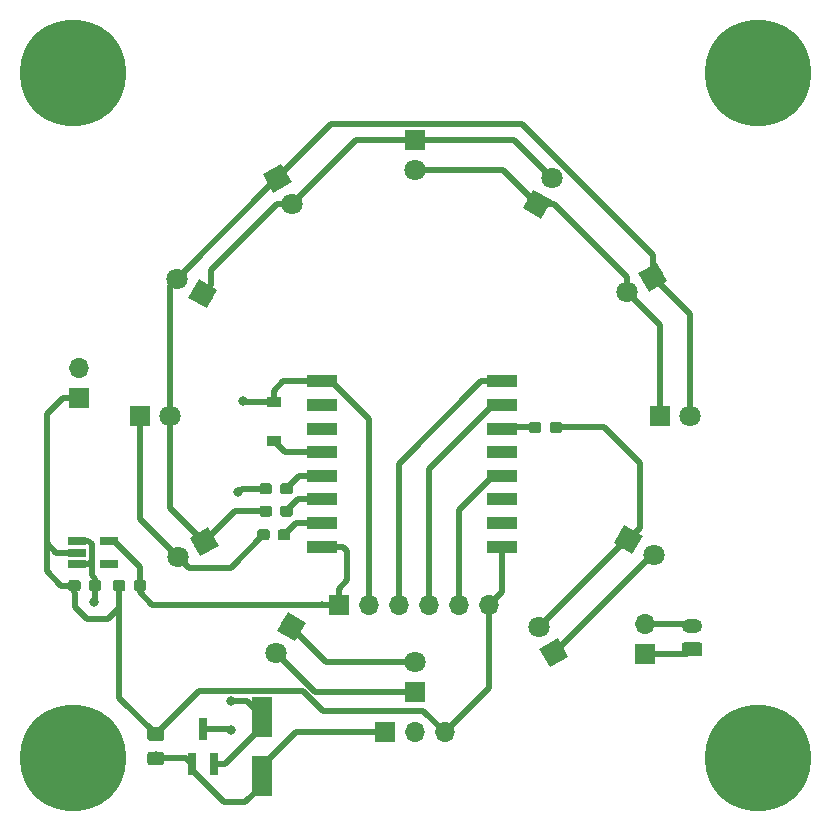
<source format=gbr>
G04 #@! TF.GenerationSoftware,KiCad,Pcbnew,(5.1.4-0)*
G04 #@! TF.CreationDate,2022-04-01T12:31:45+08:00*
G04 #@! TF.ProjectId,esp8266_ntp_clock,65737038-3236-4365-9f6e-74705f636c6f,v1.0*
G04 #@! TF.SameCoordinates,Original*
G04 #@! TF.FileFunction,Copper,L1,Top*
G04 #@! TF.FilePolarity,Positive*
%FSLAX46Y46*%
G04 Gerber Fmt 4.6, Leading zero omitted, Abs format (unit mm)*
G04 Created by KiCad (PCBNEW (5.1.4-0)) date 2022-04-01 12:31:45*
%MOMM*%
%LPD*%
G04 APERTURE LIST*
%ADD10C,9.000000*%
%ADD11C,0.100000*%
%ADD12C,0.950000*%
%ADD13C,1.800000*%
%ADD14R,1.800000X1.800000*%
%ADD15R,1.200000X0.900000*%
%ADD16R,1.800000X3.500000*%
%ADD17R,1.700000X1.700000*%
%ADD18O,1.700000X1.700000*%
%ADD19C,1.200000*%
%ADD20O,1.750000X1.200000*%
%ADD21R,0.800000X1.900000*%
%ADD22C,1.150000*%
%ADD23R,2.500000X1.000000*%
%ADD24R,1.560000X0.650000*%
%ADD25C,0.800000*%
%ADD26C,0.500000*%
G04 APERTURE END LIST*
D10*
X85000000Y-113000000D03*
D11*
G36*
X85435779Y-97926144D02*
G01*
X85458834Y-97929563D01*
X85481443Y-97935227D01*
X85503387Y-97943079D01*
X85524457Y-97953044D01*
X85544448Y-97965026D01*
X85563168Y-97978910D01*
X85580438Y-97994562D01*
X85596090Y-98011832D01*
X85609974Y-98030552D01*
X85621956Y-98050543D01*
X85631921Y-98071613D01*
X85639773Y-98093557D01*
X85645437Y-98116166D01*
X85648856Y-98139221D01*
X85650000Y-98162500D01*
X85650000Y-98637500D01*
X85648856Y-98660779D01*
X85645437Y-98683834D01*
X85639773Y-98706443D01*
X85631921Y-98728387D01*
X85621956Y-98749457D01*
X85609974Y-98769448D01*
X85596090Y-98788168D01*
X85580438Y-98805438D01*
X85563168Y-98821090D01*
X85544448Y-98834974D01*
X85524457Y-98846956D01*
X85503387Y-98856921D01*
X85481443Y-98864773D01*
X85458834Y-98870437D01*
X85435779Y-98873856D01*
X85412500Y-98875000D01*
X84837500Y-98875000D01*
X84814221Y-98873856D01*
X84791166Y-98870437D01*
X84768557Y-98864773D01*
X84746613Y-98856921D01*
X84725543Y-98846956D01*
X84705552Y-98834974D01*
X84686832Y-98821090D01*
X84669562Y-98805438D01*
X84653910Y-98788168D01*
X84640026Y-98769448D01*
X84628044Y-98749457D01*
X84618079Y-98728387D01*
X84610227Y-98706443D01*
X84604563Y-98683834D01*
X84601144Y-98660779D01*
X84600000Y-98637500D01*
X84600000Y-98162500D01*
X84601144Y-98139221D01*
X84604563Y-98116166D01*
X84610227Y-98093557D01*
X84618079Y-98071613D01*
X84628044Y-98050543D01*
X84640026Y-98030552D01*
X84653910Y-98011832D01*
X84669562Y-97994562D01*
X84686832Y-97978910D01*
X84705552Y-97965026D01*
X84725543Y-97953044D01*
X84746613Y-97943079D01*
X84768557Y-97935227D01*
X84791166Y-97929563D01*
X84814221Y-97926144D01*
X84837500Y-97925000D01*
X85412500Y-97925000D01*
X85435779Y-97926144D01*
X85435779Y-97926144D01*
G37*
D12*
X85125000Y-98400000D03*
D11*
G36*
X87185779Y-97926144D02*
G01*
X87208834Y-97929563D01*
X87231443Y-97935227D01*
X87253387Y-97943079D01*
X87274457Y-97953044D01*
X87294448Y-97965026D01*
X87313168Y-97978910D01*
X87330438Y-97994562D01*
X87346090Y-98011832D01*
X87359974Y-98030552D01*
X87371956Y-98050543D01*
X87381921Y-98071613D01*
X87389773Y-98093557D01*
X87395437Y-98116166D01*
X87398856Y-98139221D01*
X87400000Y-98162500D01*
X87400000Y-98637500D01*
X87398856Y-98660779D01*
X87395437Y-98683834D01*
X87389773Y-98706443D01*
X87381921Y-98728387D01*
X87371956Y-98749457D01*
X87359974Y-98769448D01*
X87346090Y-98788168D01*
X87330438Y-98805438D01*
X87313168Y-98821090D01*
X87294448Y-98834974D01*
X87274457Y-98846956D01*
X87253387Y-98856921D01*
X87231443Y-98864773D01*
X87208834Y-98870437D01*
X87185779Y-98873856D01*
X87162500Y-98875000D01*
X86587500Y-98875000D01*
X86564221Y-98873856D01*
X86541166Y-98870437D01*
X86518557Y-98864773D01*
X86496613Y-98856921D01*
X86475543Y-98846956D01*
X86455552Y-98834974D01*
X86436832Y-98821090D01*
X86419562Y-98805438D01*
X86403910Y-98788168D01*
X86390026Y-98769448D01*
X86378044Y-98749457D01*
X86368079Y-98728387D01*
X86360227Y-98706443D01*
X86354563Y-98683834D01*
X86351144Y-98660779D01*
X86350000Y-98637500D01*
X86350000Y-98162500D01*
X86351144Y-98139221D01*
X86354563Y-98116166D01*
X86360227Y-98093557D01*
X86368079Y-98071613D01*
X86378044Y-98050543D01*
X86390026Y-98030552D01*
X86403910Y-98011832D01*
X86419562Y-97994562D01*
X86436832Y-97978910D01*
X86455552Y-97965026D01*
X86475543Y-97953044D01*
X86496613Y-97943079D01*
X86518557Y-97935227D01*
X86541166Y-97929563D01*
X86564221Y-97926144D01*
X86587500Y-97925000D01*
X87162500Y-97925000D01*
X87185779Y-97926144D01*
X87185779Y-97926144D01*
G37*
D12*
X86875000Y-98400000D03*
D11*
G36*
X90985779Y-97926144D02*
G01*
X91008834Y-97929563D01*
X91031443Y-97935227D01*
X91053387Y-97943079D01*
X91074457Y-97953044D01*
X91094448Y-97965026D01*
X91113168Y-97978910D01*
X91130438Y-97994562D01*
X91146090Y-98011832D01*
X91159974Y-98030552D01*
X91171956Y-98050543D01*
X91181921Y-98071613D01*
X91189773Y-98093557D01*
X91195437Y-98116166D01*
X91198856Y-98139221D01*
X91200000Y-98162500D01*
X91200000Y-98637500D01*
X91198856Y-98660779D01*
X91195437Y-98683834D01*
X91189773Y-98706443D01*
X91181921Y-98728387D01*
X91171956Y-98749457D01*
X91159974Y-98769448D01*
X91146090Y-98788168D01*
X91130438Y-98805438D01*
X91113168Y-98821090D01*
X91094448Y-98834974D01*
X91074457Y-98846956D01*
X91053387Y-98856921D01*
X91031443Y-98864773D01*
X91008834Y-98870437D01*
X90985779Y-98873856D01*
X90962500Y-98875000D01*
X90387500Y-98875000D01*
X90364221Y-98873856D01*
X90341166Y-98870437D01*
X90318557Y-98864773D01*
X90296613Y-98856921D01*
X90275543Y-98846956D01*
X90255552Y-98834974D01*
X90236832Y-98821090D01*
X90219562Y-98805438D01*
X90203910Y-98788168D01*
X90190026Y-98769448D01*
X90178044Y-98749457D01*
X90168079Y-98728387D01*
X90160227Y-98706443D01*
X90154563Y-98683834D01*
X90151144Y-98660779D01*
X90150000Y-98637500D01*
X90150000Y-98162500D01*
X90151144Y-98139221D01*
X90154563Y-98116166D01*
X90160227Y-98093557D01*
X90168079Y-98071613D01*
X90178044Y-98050543D01*
X90190026Y-98030552D01*
X90203910Y-98011832D01*
X90219562Y-97994562D01*
X90236832Y-97978910D01*
X90255552Y-97965026D01*
X90275543Y-97953044D01*
X90296613Y-97943079D01*
X90318557Y-97935227D01*
X90341166Y-97929563D01*
X90364221Y-97926144D01*
X90387500Y-97925000D01*
X90962500Y-97925000D01*
X90985779Y-97926144D01*
X90985779Y-97926144D01*
G37*
D12*
X90675000Y-98400000D03*
D11*
G36*
X89235779Y-97926144D02*
G01*
X89258834Y-97929563D01*
X89281443Y-97935227D01*
X89303387Y-97943079D01*
X89324457Y-97953044D01*
X89344448Y-97965026D01*
X89363168Y-97978910D01*
X89380438Y-97994562D01*
X89396090Y-98011832D01*
X89409974Y-98030552D01*
X89421956Y-98050543D01*
X89431921Y-98071613D01*
X89439773Y-98093557D01*
X89445437Y-98116166D01*
X89448856Y-98139221D01*
X89450000Y-98162500D01*
X89450000Y-98637500D01*
X89448856Y-98660779D01*
X89445437Y-98683834D01*
X89439773Y-98706443D01*
X89431921Y-98728387D01*
X89421956Y-98749457D01*
X89409974Y-98769448D01*
X89396090Y-98788168D01*
X89380438Y-98805438D01*
X89363168Y-98821090D01*
X89344448Y-98834974D01*
X89324457Y-98846956D01*
X89303387Y-98856921D01*
X89281443Y-98864773D01*
X89258834Y-98870437D01*
X89235779Y-98873856D01*
X89212500Y-98875000D01*
X88637500Y-98875000D01*
X88614221Y-98873856D01*
X88591166Y-98870437D01*
X88568557Y-98864773D01*
X88546613Y-98856921D01*
X88525543Y-98846956D01*
X88505552Y-98834974D01*
X88486832Y-98821090D01*
X88469562Y-98805438D01*
X88453910Y-98788168D01*
X88440026Y-98769448D01*
X88428044Y-98749457D01*
X88418079Y-98728387D01*
X88410227Y-98706443D01*
X88404563Y-98683834D01*
X88401144Y-98660779D01*
X88400000Y-98637500D01*
X88400000Y-98162500D01*
X88401144Y-98139221D01*
X88404563Y-98116166D01*
X88410227Y-98093557D01*
X88418079Y-98071613D01*
X88428044Y-98050543D01*
X88440026Y-98030552D01*
X88453910Y-98011832D01*
X88469562Y-97994562D01*
X88486832Y-97978910D01*
X88505552Y-97965026D01*
X88525543Y-97953044D01*
X88546613Y-97943079D01*
X88568557Y-97935227D01*
X88591166Y-97929563D01*
X88614221Y-97926144D01*
X88637500Y-97925000D01*
X89212500Y-97925000D01*
X89235779Y-97926144D01*
X89235779Y-97926144D01*
G37*
D12*
X88925000Y-98400000D03*
D13*
X103570000Y-66099705D03*
X102300000Y-63900000D03*
D11*
G36*
X101070577Y-63570577D02*
G01*
X102629423Y-62670577D01*
X103529423Y-64229423D01*
X101970577Y-65129423D01*
X101070577Y-63570577D01*
X101070577Y-63570577D01*
G37*
D13*
X96000000Y-73700000D03*
D11*
G36*
X97229423Y-73370577D02*
G01*
X96329423Y-74929423D01*
X94770577Y-74029423D01*
X95670577Y-72470577D01*
X97229423Y-73370577D01*
X97229423Y-73370577D01*
G37*
D13*
X93800295Y-72430000D03*
X93240000Y-84000000D03*
D14*
X90700000Y-84000000D03*
D13*
X96100000Y-94700000D03*
D11*
G36*
X96429423Y-93470577D02*
G01*
X97329423Y-95029423D01*
X95770577Y-95929423D01*
X94870577Y-94370577D01*
X96429423Y-93470577D01*
X96429423Y-93470577D01*
G37*
D13*
X93900295Y-95970000D03*
X102230000Y-104099705D03*
X103500000Y-101900000D03*
D11*
G36*
X103170577Y-100670577D02*
G01*
X104729423Y-101570577D01*
X103829423Y-103129423D01*
X102270577Y-102229423D01*
X103170577Y-100670577D01*
X103170577Y-100670577D01*
G37*
D14*
X114000000Y-107400000D03*
D13*
X114000000Y-104860000D03*
X124430000Y-101900295D03*
X125700000Y-104100000D03*
D11*
G36*
X126929423Y-104429423D02*
G01*
X125370577Y-105329423D01*
X124470577Y-103770577D01*
X126029423Y-102870577D01*
X126929423Y-104429423D01*
X126929423Y-104429423D01*
G37*
D13*
X132000000Y-94500000D03*
D11*
G36*
X130770577Y-94829423D02*
G01*
X131670577Y-93270577D01*
X133229423Y-94170577D01*
X132329423Y-95729423D01*
X130770577Y-94829423D01*
X130770577Y-94829423D01*
G37*
D13*
X134199705Y-95770000D03*
X137240000Y-84000000D03*
D14*
X134700000Y-84000000D03*
D13*
X134100000Y-72300000D03*
D11*
G36*
X134429423Y-71070577D02*
G01*
X135329423Y-72629423D01*
X133770577Y-73529423D01*
X132870577Y-71970577D01*
X134429423Y-71070577D01*
X134429423Y-71070577D01*
G37*
D13*
X131900295Y-73570000D03*
X125570000Y-63900295D03*
X124300000Y-66100000D03*
D11*
G36*
X124629423Y-67329423D02*
G01*
X123070577Y-66429423D01*
X123970577Y-64870577D01*
X125529423Y-65770577D01*
X124629423Y-67329423D01*
X124629423Y-67329423D01*
G37*
D14*
X113960000Y-60700000D03*
D13*
X113960000Y-63240000D03*
D15*
X102000000Y-86150000D03*
X102000000Y-82850000D03*
D16*
X101000000Y-109500000D03*
X101000000Y-114500000D03*
D10*
X85000000Y-55000000D03*
X143000000Y-55000000D03*
X143000000Y-113000000D03*
D17*
X85500000Y-82500000D03*
D18*
X85500000Y-79960000D03*
D17*
X107500000Y-100000000D03*
D18*
X110040000Y-100000000D03*
X112580000Y-100000000D03*
X115120000Y-100000000D03*
X117660000Y-100000000D03*
X120200000Y-100000000D03*
D17*
X111400000Y-110800000D03*
D18*
X113940000Y-110800000D03*
X116480000Y-110800000D03*
D11*
G36*
X138049505Y-103201204D02*
G01*
X138073773Y-103204804D01*
X138097572Y-103210765D01*
X138120671Y-103219030D01*
X138142850Y-103229520D01*
X138163893Y-103242132D01*
X138183599Y-103256747D01*
X138201777Y-103273223D01*
X138218253Y-103291401D01*
X138232868Y-103311107D01*
X138245480Y-103332150D01*
X138255970Y-103354329D01*
X138264235Y-103377428D01*
X138270196Y-103401227D01*
X138273796Y-103425495D01*
X138275000Y-103449999D01*
X138275000Y-104150001D01*
X138273796Y-104174505D01*
X138270196Y-104198773D01*
X138264235Y-104222572D01*
X138255970Y-104245671D01*
X138245480Y-104267850D01*
X138232868Y-104288893D01*
X138218253Y-104308599D01*
X138201777Y-104326777D01*
X138183599Y-104343253D01*
X138163893Y-104357868D01*
X138142850Y-104370480D01*
X138120671Y-104380970D01*
X138097572Y-104389235D01*
X138073773Y-104395196D01*
X138049505Y-104398796D01*
X138025001Y-104400000D01*
X136774999Y-104400000D01*
X136750495Y-104398796D01*
X136726227Y-104395196D01*
X136702428Y-104389235D01*
X136679329Y-104380970D01*
X136657150Y-104370480D01*
X136636107Y-104357868D01*
X136616401Y-104343253D01*
X136598223Y-104326777D01*
X136581747Y-104308599D01*
X136567132Y-104288893D01*
X136554520Y-104267850D01*
X136544030Y-104245671D01*
X136535765Y-104222572D01*
X136529804Y-104198773D01*
X136526204Y-104174505D01*
X136525000Y-104150001D01*
X136525000Y-103449999D01*
X136526204Y-103425495D01*
X136529804Y-103401227D01*
X136535765Y-103377428D01*
X136544030Y-103354329D01*
X136554520Y-103332150D01*
X136567132Y-103311107D01*
X136581747Y-103291401D01*
X136598223Y-103273223D01*
X136616401Y-103256747D01*
X136636107Y-103242132D01*
X136657150Y-103229520D01*
X136679329Y-103219030D01*
X136702428Y-103210765D01*
X136726227Y-103204804D01*
X136750495Y-103201204D01*
X136774999Y-103200000D01*
X138025001Y-103200000D01*
X138049505Y-103201204D01*
X138049505Y-103201204D01*
G37*
D19*
X137400000Y-103800000D03*
D20*
X137400000Y-101800000D03*
D21*
X95050000Y-113500000D03*
X96950000Y-113500000D03*
X96000000Y-110500000D03*
D11*
G36*
X126185779Y-84526144D02*
G01*
X126208834Y-84529563D01*
X126231443Y-84535227D01*
X126253387Y-84543079D01*
X126274457Y-84553044D01*
X126294448Y-84565026D01*
X126313168Y-84578910D01*
X126330438Y-84594562D01*
X126346090Y-84611832D01*
X126359974Y-84630552D01*
X126371956Y-84650543D01*
X126381921Y-84671613D01*
X126389773Y-84693557D01*
X126395437Y-84716166D01*
X126398856Y-84739221D01*
X126400000Y-84762500D01*
X126400000Y-85237500D01*
X126398856Y-85260779D01*
X126395437Y-85283834D01*
X126389773Y-85306443D01*
X126381921Y-85328387D01*
X126371956Y-85349457D01*
X126359974Y-85369448D01*
X126346090Y-85388168D01*
X126330438Y-85405438D01*
X126313168Y-85421090D01*
X126294448Y-85434974D01*
X126274457Y-85446956D01*
X126253387Y-85456921D01*
X126231443Y-85464773D01*
X126208834Y-85470437D01*
X126185779Y-85473856D01*
X126162500Y-85475000D01*
X125587500Y-85475000D01*
X125564221Y-85473856D01*
X125541166Y-85470437D01*
X125518557Y-85464773D01*
X125496613Y-85456921D01*
X125475543Y-85446956D01*
X125455552Y-85434974D01*
X125436832Y-85421090D01*
X125419562Y-85405438D01*
X125403910Y-85388168D01*
X125390026Y-85369448D01*
X125378044Y-85349457D01*
X125368079Y-85328387D01*
X125360227Y-85306443D01*
X125354563Y-85283834D01*
X125351144Y-85260779D01*
X125350000Y-85237500D01*
X125350000Y-84762500D01*
X125351144Y-84739221D01*
X125354563Y-84716166D01*
X125360227Y-84693557D01*
X125368079Y-84671613D01*
X125378044Y-84650543D01*
X125390026Y-84630552D01*
X125403910Y-84611832D01*
X125419562Y-84594562D01*
X125436832Y-84578910D01*
X125455552Y-84565026D01*
X125475543Y-84553044D01*
X125496613Y-84543079D01*
X125518557Y-84535227D01*
X125541166Y-84529563D01*
X125564221Y-84526144D01*
X125587500Y-84525000D01*
X126162500Y-84525000D01*
X126185779Y-84526144D01*
X126185779Y-84526144D01*
G37*
D12*
X125875000Y-85000000D03*
D11*
G36*
X124435779Y-84526144D02*
G01*
X124458834Y-84529563D01*
X124481443Y-84535227D01*
X124503387Y-84543079D01*
X124524457Y-84553044D01*
X124544448Y-84565026D01*
X124563168Y-84578910D01*
X124580438Y-84594562D01*
X124596090Y-84611832D01*
X124609974Y-84630552D01*
X124621956Y-84650543D01*
X124631921Y-84671613D01*
X124639773Y-84693557D01*
X124645437Y-84716166D01*
X124648856Y-84739221D01*
X124650000Y-84762500D01*
X124650000Y-85237500D01*
X124648856Y-85260779D01*
X124645437Y-85283834D01*
X124639773Y-85306443D01*
X124631921Y-85328387D01*
X124621956Y-85349457D01*
X124609974Y-85369448D01*
X124596090Y-85388168D01*
X124580438Y-85405438D01*
X124563168Y-85421090D01*
X124544448Y-85434974D01*
X124524457Y-85446956D01*
X124503387Y-85456921D01*
X124481443Y-85464773D01*
X124458834Y-85470437D01*
X124435779Y-85473856D01*
X124412500Y-85475000D01*
X123837500Y-85475000D01*
X123814221Y-85473856D01*
X123791166Y-85470437D01*
X123768557Y-85464773D01*
X123746613Y-85456921D01*
X123725543Y-85446956D01*
X123705552Y-85434974D01*
X123686832Y-85421090D01*
X123669562Y-85405438D01*
X123653910Y-85388168D01*
X123640026Y-85369448D01*
X123628044Y-85349457D01*
X123618079Y-85328387D01*
X123610227Y-85306443D01*
X123604563Y-85283834D01*
X123601144Y-85260779D01*
X123600000Y-85237500D01*
X123600000Y-84762500D01*
X123601144Y-84739221D01*
X123604563Y-84716166D01*
X123610227Y-84693557D01*
X123618079Y-84671613D01*
X123628044Y-84650543D01*
X123640026Y-84630552D01*
X123653910Y-84611832D01*
X123669562Y-84594562D01*
X123686832Y-84578910D01*
X123705552Y-84565026D01*
X123725543Y-84553044D01*
X123746613Y-84543079D01*
X123768557Y-84535227D01*
X123791166Y-84529563D01*
X123814221Y-84526144D01*
X123837500Y-84525000D01*
X124412500Y-84525000D01*
X124435779Y-84526144D01*
X124435779Y-84526144D01*
G37*
D12*
X124125000Y-85000000D03*
D11*
G36*
X103385779Y-91626144D02*
G01*
X103408834Y-91629563D01*
X103431443Y-91635227D01*
X103453387Y-91643079D01*
X103474457Y-91653044D01*
X103494448Y-91665026D01*
X103513168Y-91678910D01*
X103530438Y-91694562D01*
X103546090Y-91711832D01*
X103559974Y-91730552D01*
X103571956Y-91750543D01*
X103581921Y-91771613D01*
X103589773Y-91793557D01*
X103595437Y-91816166D01*
X103598856Y-91839221D01*
X103600000Y-91862500D01*
X103600000Y-92337500D01*
X103598856Y-92360779D01*
X103595437Y-92383834D01*
X103589773Y-92406443D01*
X103581921Y-92428387D01*
X103571956Y-92449457D01*
X103559974Y-92469448D01*
X103546090Y-92488168D01*
X103530438Y-92505438D01*
X103513168Y-92521090D01*
X103494448Y-92534974D01*
X103474457Y-92546956D01*
X103453387Y-92556921D01*
X103431443Y-92564773D01*
X103408834Y-92570437D01*
X103385779Y-92573856D01*
X103362500Y-92575000D01*
X102787500Y-92575000D01*
X102764221Y-92573856D01*
X102741166Y-92570437D01*
X102718557Y-92564773D01*
X102696613Y-92556921D01*
X102675543Y-92546956D01*
X102655552Y-92534974D01*
X102636832Y-92521090D01*
X102619562Y-92505438D01*
X102603910Y-92488168D01*
X102590026Y-92469448D01*
X102578044Y-92449457D01*
X102568079Y-92428387D01*
X102560227Y-92406443D01*
X102554563Y-92383834D01*
X102551144Y-92360779D01*
X102550000Y-92337500D01*
X102550000Y-91862500D01*
X102551144Y-91839221D01*
X102554563Y-91816166D01*
X102560227Y-91793557D01*
X102568079Y-91771613D01*
X102578044Y-91750543D01*
X102590026Y-91730552D01*
X102603910Y-91711832D01*
X102619562Y-91694562D01*
X102636832Y-91678910D01*
X102655552Y-91665026D01*
X102675543Y-91653044D01*
X102696613Y-91643079D01*
X102718557Y-91635227D01*
X102741166Y-91629563D01*
X102764221Y-91626144D01*
X102787500Y-91625000D01*
X103362500Y-91625000D01*
X103385779Y-91626144D01*
X103385779Y-91626144D01*
G37*
D12*
X103075000Y-92100000D03*
D11*
G36*
X101635779Y-91626144D02*
G01*
X101658834Y-91629563D01*
X101681443Y-91635227D01*
X101703387Y-91643079D01*
X101724457Y-91653044D01*
X101744448Y-91665026D01*
X101763168Y-91678910D01*
X101780438Y-91694562D01*
X101796090Y-91711832D01*
X101809974Y-91730552D01*
X101821956Y-91750543D01*
X101831921Y-91771613D01*
X101839773Y-91793557D01*
X101845437Y-91816166D01*
X101848856Y-91839221D01*
X101850000Y-91862500D01*
X101850000Y-92337500D01*
X101848856Y-92360779D01*
X101845437Y-92383834D01*
X101839773Y-92406443D01*
X101831921Y-92428387D01*
X101821956Y-92449457D01*
X101809974Y-92469448D01*
X101796090Y-92488168D01*
X101780438Y-92505438D01*
X101763168Y-92521090D01*
X101744448Y-92534974D01*
X101724457Y-92546956D01*
X101703387Y-92556921D01*
X101681443Y-92564773D01*
X101658834Y-92570437D01*
X101635779Y-92573856D01*
X101612500Y-92575000D01*
X101037500Y-92575000D01*
X101014221Y-92573856D01*
X100991166Y-92570437D01*
X100968557Y-92564773D01*
X100946613Y-92556921D01*
X100925543Y-92546956D01*
X100905552Y-92534974D01*
X100886832Y-92521090D01*
X100869562Y-92505438D01*
X100853910Y-92488168D01*
X100840026Y-92469448D01*
X100828044Y-92449457D01*
X100818079Y-92428387D01*
X100810227Y-92406443D01*
X100804563Y-92383834D01*
X100801144Y-92360779D01*
X100800000Y-92337500D01*
X100800000Y-91862500D01*
X100801144Y-91839221D01*
X100804563Y-91816166D01*
X100810227Y-91793557D01*
X100818079Y-91771613D01*
X100828044Y-91750543D01*
X100840026Y-91730552D01*
X100853910Y-91711832D01*
X100869562Y-91694562D01*
X100886832Y-91678910D01*
X100905552Y-91665026D01*
X100925543Y-91653044D01*
X100946613Y-91643079D01*
X100968557Y-91635227D01*
X100991166Y-91629563D01*
X101014221Y-91626144D01*
X101037500Y-91625000D01*
X101612500Y-91625000D01*
X101635779Y-91626144D01*
X101635779Y-91626144D01*
G37*
D12*
X101325000Y-92100000D03*
D11*
G36*
X101435779Y-93626144D02*
G01*
X101458834Y-93629563D01*
X101481443Y-93635227D01*
X101503387Y-93643079D01*
X101524457Y-93653044D01*
X101544448Y-93665026D01*
X101563168Y-93678910D01*
X101580438Y-93694562D01*
X101596090Y-93711832D01*
X101609974Y-93730552D01*
X101621956Y-93750543D01*
X101631921Y-93771613D01*
X101639773Y-93793557D01*
X101645437Y-93816166D01*
X101648856Y-93839221D01*
X101650000Y-93862500D01*
X101650000Y-94337500D01*
X101648856Y-94360779D01*
X101645437Y-94383834D01*
X101639773Y-94406443D01*
X101631921Y-94428387D01*
X101621956Y-94449457D01*
X101609974Y-94469448D01*
X101596090Y-94488168D01*
X101580438Y-94505438D01*
X101563168Y-94521090D01*
X101544448Y-94534974D01*
X101524457Y-94546956D01*
X101503387Y-94556921D01*
X101481443Y-94564773D01*
X101458834Y-94570437D01*
X101435779Y-94573856D01*
X101412500Y-94575000D01*
X100837500Y-94575000D01*
X100814221Y-94573856D01*
X100791166Y-94570437D01*
X100768557Y-94564773D01*
X100746613Y-94556921D01*
X100725543Y-94546956D01*
X100705552Y-94534974D01*
X100686832Y-94521090D01*
X100669562Y-94505438D01*
X100653910Y-94488168D01*
X100640026Y-94469448D01*
X100628044Y-94449457D01*
X100618079Y-94428387D01*
X100610227Y-94406443D01*
X100604563Y-94383834D01*
X100601144Y-94360779D01*
X100600000Y-94337500D01*
X100600000Y-93862500D01*
X100601144Y-93839221D01*
X100604563Y-93816166D01*
X100610227Y-93793557D01*
X100618079Y-93771613D01*
X100628044Y-93750543D01*
X100640026Y-93730552D01*
X100653910Y-93711832D01*
X100669562Y-93694562D01*
X100686832Y-93678910D01*
X100705552Y-93665026D01*
X100725543Y-93653044D01*
X100746613Y-93643079D01*
X100768557Y-93635227D01*
X100791166Y-93629563D01*
X100814221Y-93626144D01*
X100837500Y-93625000D01*
X101412500Y-93625000D01*
X101435779Y-93626144D01*
X101435779Y-93626144D01*
G37*
D12*
X101125000Y-94100000D03*
D11*
G36*
X103185779Y-93626144D02*
G01*
X103208834Y-93629563D01*
X103231443Y-93635227D01*
X103253387Y-93643079D01*
X103274457Y-93653044D01*
X103294448Y-93665026D01*
X103313168Y-93678910D01*
X103330438Y-93694562D01*
X103346090Y-93711832D01*
X103359974Y-93730552D01*
X103371956Y-93750543D01*
X103381921Y-93771613D01*
X103389773Y-93793557D01*
X103395437Y-93816166D01*
X103398856Y-93839221D01*
X103400000Y-93862500D01*
X103400000Y-94337500D01*
X103398856Y-94360779D01*
X103395437Y-94383834D01*
X103389773Y-94406443D01*
X103381921Y-94428387D01*
X103371956Y-94449457D01*
X103359974Y-94469448D01*
X103346090Y-94488168D01*
X103330438Y-94505438D01*
X103313168Y-94521090D01*
X103294448Y-94534974D01*
X103274457Y-94546956D01*
X103253387Y-94556921D01*
X103231443Y-94564773D01*
X103208834Y-94570437D01*
X103185779Y-94573856D01*
X103162500Y-94575000D01*
X102587500Y-94575000D01*
X102564221Y-94573856D01*
X102541166Y-94570437D01*
X102518557Y-94564773D01*
X102496613Y-94556921D01*
X102475543Y-94546956D01*
X102455552Y-94534974D01*
X102436832Y-94521090D01*
X102419562Y-94505438D01*
X102403910Y-94488168D01*
X102390026Y-94469448D01*
X102378044Y-94449457D01*
X102368079Y-94428387D01*
X102360227Y-94406443D01*
X102354563Y-94383834D01*
X102351144Y-94360779D01*
X102350000Y-94337500D01*
X102350000Y-93862500D01*
X102351144Y-93839221D01*
X102354563Y-93816166D01*
X102360227Y-93793557D01*
X102368079Y-93771613D01*
X102378044Y-93750543D01*
X102390026Y-93730552D01*
X102403910Y-93711832D01*
X102419562Y-93694562D01*
X102436832Y-93678910D01*
X102455552Y-93665026D01*
X102475543Y-93653044D01*
X102496613Y-93643079D01*
X102518557Y-93635227D01*
X102541166Y-93629563D01*
X102564221Y-93626144D01*
X102587500Y-93625000D01*
X103162500Y-93625000D01*
X103185779Y-93626144D01*
X103185779Y-93626144D01*
G37*
D12*
X102875000Y-94100000D03*
D11*
G36*
X103385779Y-89726144D02*
G01*
X103408834Y-89729563D01*
X103431443Y-89735227D01*
X103453387Y-89743079D01*
X103474457Y-89753044D01*
X103494448Y-89765026D01*
X103513168Y-89778910D01*
X103530438Y-89794562D01*
X103546090Y-89811832D01*
X103559974Y-89830552D01*
X103571956Y-89850543D01*
X103581921Y-89871613D01*
X103589773Y-89893557D01*
X103595437Y-89916166D01*
X103598856Y-89939221D01*
X103600000Y-89962500D01*
X103600000Y-90437500D01*
X103598856Y-90460779D01*
X103595437Y-90483834D01*
X103589773Y-90506443D01*
X103581921Y-90528387D01*
X103571956Y-90549457D01*
X103559974Y-90569448D01*
X103546090Y-90588168D01*
X103530438Y-90605438D01*
X103513168Y-90621090D01*
X103494448Y-90634974D01*
X103474457Y-90646956D01*
X103453387Y-90656921D01*
X103431443Y-90664773D01*
X103408834Y-90670437D01*
X103385779Y-90673856D01*
X103362500Y-90675000D01*
X102787500Y-90675000D01*
X102764221Y-90673856D01*
X102741166Y-90670437D01*
X102718557Y-90664773D01*
X102696613Y-90656921D01*
X102675543Y-90646956D01*
X102655552Y-90634974D01*
X102636832Y-90621090D01*
X102619562Y-90605438D01*
X102603910Y-90588168D01*
X102590026Y-90569448D01*
X102578044Y-90549457D01*
X102568079Y-90528387D01*
X102560227Y-90506443D01*
X102554563Y-90483834D01*
X102551144Y-90460779D01*
X102550000Y-90437500D01*
X102550000Y-89962500D01*
X102551144Y-89939221D01*
X102554563Y-89916166D01*
X102560227Y-89893557D01*
X102568079Y-89871613D01*
X102578044Y-89850543D01*
X102590026Y-89830552D01*
X102603910Y-89811832D01*
X102619562Y-89794562D01*
X102636832Y-89778910D01*
X102655552Y-89765026D01*
X102675543Y-89753044D01*
X102696613Y-89743079D01*
X102718557Y-89735227D01*
X102741166Y-89729563D01*
X102764221Y-89726144D01*
X102787500Y-89725000D01*
X103362500Y-89725000D01*
X103385779Y-89726144D01*
X103385779Y-89726144D01*
G37*
D12*
X103075000Y-90200000D03*
D11*
G36*
X101635779Y-89726144D02*
G01*
X101658834Y-89729563D01*
X101681443Y-89735227D01*
X101703387Y-89743079D01*
X101724457Y-89753044D01*
X101744448Y-89765026D01*
X101763168Y-89778910D01*
X101780438Y-89794562D01*
X101796090Y-89811832D01*
X101809974Y-89830552D01*
X101821956Y-89850543D01*
X101831921Y-89871613D01*
X101839773Y-89893557D01*
X101845437Y-89916166D01*
X101848856Y-89939221D01*
X101850000Y-89962500D01*
X101850000Y-90437500D01*
X101848856Y-90460779D01*
X101845437Y-90483834D01*
X101839773Y-90506443D01*
X101831921Y-90528387D01*
X101821956Y-90549457D01*
X101809974Y-90569448D01*
X101796090Y-90588168D01*
X101780438Y-90605438D01*
X101763168Y-90621090D01*
X101744448Y-90634974D01*
X101724457Y-90646956D01*
X101703387Y-90656921D01*
X101681443Y-90664773D01*
X101658834Y-90670437D01*
X101635779Y-90673856D01*
X101612500Y-90675000D01*
X101037500Y-90675000D01*
X101014221Y-90673856D01*
X100991166Y-90670437D01*
X100968557Y-90664773D01*
X100946613Y-90656921D01*
X100925543Y-90646956D01*
X100905552Y-90634974D01*
X100886832Y-90621090D01*
X100869562Y-90605438D01*
X100853910Y-90588168D01*
X100840026Y-90569448D01*
X100828044Y-90549457D01*
X100818079Y-90528387D01*
X100810227Y-90506443D01*
X100804563Y-90483834D01*
X100801144Y-90460779D01*
X100800000Y-90437500D01*
X100800000Y-89962500D01*
X100801144Y-89939221D01*
X100804563Y-89916166D01*
X100810227Y-89893557D01*
X100818079Y-89871613D01*
X100828044Y-89850543D01*
X100840026Y-89830552D01*
X100853910Y-89811832D01*
X100869562Y-89794562D01*
X100886832Y-89778910D01*
X100905552Y-89765026D01*
X100925543Y-89753044D01*
X100946613Y-89743079D01*
X100968557Y-89735227D01*
X100991166Y-89729563D01*
X101014221Y-89726144D01*
X101037500Y-89725000D01*
X101612500Y-89725000D01*
X101635779Y-89726144D01*
X101635779Y-89726144D01*
G37*
D12*
X101325000Y-90200000D03*
D11*
G36*
X92474505Y-112451204D02*
G01*
X92498773Y-112454804D01*
X92522572Y-112460765D01*
X92545671Y-112469030D01*
X92567850Y-112479520D01*
X92588893Y-112492132D01*
X92608599Y-112506747D01*
X92626777Y-112523223D01*
X92643253Y-112541401D01*
X92657868Y-112561107D01*
X92670480Y-112582150D01*
X92680970Y-112604329D01*
X92689235Y-112627428D01*
X92695196Y-112651227D01*
X92698796Y-112675495D01*
X92700000Y-112699999D01*
X92700000Y-113350001D01*
X92698796Y-113374505D01*
X92695196Y-113398773D01*
X92689235Y-113422572D01*
X92680970Y-113445671D01*
X92670480Y-113467850D01*
X92657868Y-113488893D01*
X92643253Y-113508599D01*
X92626777Y-113526777D01*
X92608599Y-113543253D01*
X92588893Y-113557868D01*
X92567850Y-113570480D01*
X92545671Y-113580970D01*
X92522572Y-113589235D01*
X92498773Y-113595196D01*
X92474505Y-113598796D01*
X92450001Y-113600000D01*
X91549999Y-113600000D01*
X91525495Y-113598796D01*
X91501227Y-113595196D01*
X91477428Y-113589235D01*
X91454329Y-113580970D01*
X91432150Y-113570480D01*
X91411107Y-113557868D01*
X91391401Y-113543253D01*
X91373223Y-113526777D01*
X91356747Y-113508599D01*
X91342132Y-113488893D01*
X91329520Y-113467850D01*
X91319030Y-113445671D01*
X91310765Y-113422572D01*
X91304804Y-113398773D01*
X91301204Y-113374505D01*
X91300000Y-113350001D01*
X91300000Y-112699999D01*
X91301204Y-112675495D01*
X91304804Y-112651227D01*
X91310765Y-112627428D01*
X91319030Y-112604329D01*
X91329520Y-112582150D01*
X91342132Y-112561107D01*
X91356747Y-112541401D01*
X91373223Y-112523223D01*
X91391401Y-112506747D01*
X91411107Y-112492132D01*
X91432150Y-112479520D01*
X91454329Y-112469030D01*
X91477428Y-112460765D01*
X91501227Y-112454804D01*
X91525495Y-112451204D01*
X91549999Y-112450000D01*
X92450001Y-112450000D01*
X92474505Y-112451204D01*
X92474505Y-112451204D01*
G37*
D22*
X92000000Y-113025000D03*
D11*
G36*
X92474505Y-110401204D02*
G01*
X92498773Y-110404804D01*
X92522572Y-110410765D01*
X92545671Y-110419030D01*
X92567850Y-110429520D01*
X92588893Y-110442132D01*
X92608599Y-110456747D01*
X92626777Y-110473223D01*
X92643253Y-110491401D01*
X92657868Y-110511107D01*
X92670480Y-110532150D01*
X92680970Y-110554329D01*
X92689235Y-110577428D01*
X92695196Y-110601227D01*
X92698796Y-110625495D01*
X92700000Y-110649999D01*
X92700000Y-111300001D01*
X92698796Y-111324505D01*
X92695196Y-111348773D01*
X92689235Y-111372572D01*
X92680970Y-111395671D01*
X92670480Y-111417850D01*
X92657868Y-111438893D01*
X92643253Y-111458599D01*
X92626777Y-111476777D01*
X92608599Y-111493253D01*
X92588893Y-111507868D01*
X92567850Y-111520480D01*
X92545671Y-111530970D01*
X92522572Y-111539235D01*
X92498773Y-111545196D01*
X92474505Y-111548796D01*
X92450001Y-111550000D01*
X91549999Y-111550000D01*
X91525495Y-111548796D01*
X91501227Y-111545196D01*
X91477428Y-111539235D01*
X91454329Y-111530970D01*
X91432150Y-111520480D01*
X91411107Y-111507868D01*
X91391401Y-111493253D01*
X91373223Y-111476777D01*
X91356747Y-111458599D01*
X91342132Y-111438893D01*
X91329520Y-111417850D01*
X91319030Y-111395671D01*
X91310765Y-111372572D01*
X91304804Y-111348773D01*
X91301204Y-111324505D01*
X91300000Y-111300001D01*
X91300000Y-110649999D01*
X91301204Y-110625495D01*
X91304804Y-110601227D01*
X91310765Y-110577428D01*
X91319030Y-110554329D01*
X91329520Y-110532150D01*
X91342132Y-110511107D01*
X91356747Y-110491401D01*
X91373223Y-110473223D01*
X91391401Y-110456747D01*
X91411107Y-110442132D01*
X91432150Y-110429520D01*
X91454329Y-110419030D01*
X91477428Y-110410765D01*
X91501227Y-110404804D01*
X91525495Y-110401204D01*
X91549999Y-110400000D01*
X92450001Y-110400000D01*
X92474505Y-110401204D01*
X92474505Y-110401204D01*
G37*
D22*
X92000000Y-110975000D03*
D23*
X121300000Y-81100000D03*
X121300000Y-83100000D03*
X121300000Y-85100000D03*
X121300000Y-87100000D03*
X121300000Y-89100000D03*
X121300000Y-91100000D03*
X121300000Y-93100000D03*
X121300000Y-95100000D03*
X106100000Y-95100000D03*
X106100000Y-93100000D03*
X106100000Y-91100000D03*
X106100000Y-89100000D03*
X106100000Y-87100000D03*
X106100000Y-85100000D03*
X106100000Y-83100000D03*
X106100000Y-81100000D03*
D24*
X85350000Y-94650000D03*
X85350000Y-95600000D03*
X85350000Y-96550000D03*
X88050000Y-96550000D03*
X88050000Y-94650000D03*
D17*
X133400000Y-104200000D03*
D18*
X133400000Y-101660000D03*
D25*
X98400000Y-108200000D03*
X86800000Y-99800000D03*
X99000000Y-90500000D03*
X99400000Y-82800000D03*
X98400000Y-110600000D03*
D26*
X121300000Y-98900000D02*
X120200000Y-100000000D01*
X121300000Y-95100000D02*
X121300000Y-98900000D01*
X85125000Y-98975000D02*
X85200000Y-99050000D01*
X85125000Y-98400000D02*
X85125000Y-98975000D01*
X85200000Y-99050000D02*
X85200000Y-100200000D01*
X85200000Y-100200000D02*
X86200000Y-101200000D01*
X86200000Y-101200000D02*
X88000000Y-101200000D01*
X88925000Y-100275000D02*
X88925000Y-98400000D01*
X88000000Y-101200000D02*
X88925000Y-100275000D01*
X84150000Y-82500000D02*
X82800000Y-83850000D01*
X85500000Y-82500000D02*
X84150000Y-82500000D01*
X83600000Y-95600000D02*
X85350000Y-95600000D01*
X82800000Y-94800000D02*
X83600000Y-95600000D01*
X85350000Y-95600000D02*
X84070000Y-95600000D01*
X82800000Y-97200000D02*
X84000000Y-98400000D01*
X84000000Y-98400000D02*
X85125000Y-98400000D01*
X82800000Y-94200000D02*
X82800000Y-97200000D01*
X82800000Y-83850000D02*
X82800000Y-94200000D01*
X82800000Y-94200000D02*
X82800000Y-94800000D01*
X120200000Y-107080000D02*
X116480000Y-110800000D01*
X120200000Y-100000000D02*
X120200000Y-107080000D01*
X88925000Y-107900000D02*
X92000000Y-110975000D01*
X88925000Y-98400000D02*
X88925000Y-107900000D01*
X104440332Y-107299999D02*
X106140333Y-109000000D01*
X95675001Y-107299999D02*
X104440332Y-107299999D01*
X92000000Y-110975000D02*
X95675001Y-107299999D01*
X114680000Y-109000000D02*
X116480000Y-110800000D01*
X106140333Y-109000000D02*
X114680000Y-109000000D01*
X86315002Y-94650000D02*
X85350000Y-94650000D01*
X86580001Y-94914999D02*
X86315002Y-94650000D01*
X85350000Y-94650000D02*
X85805000Y-94650000D01*
X101000000Y-108650000D02*
X101000000Y-109500000D01*
X101000000Y-110350000D02*
X101000000Y-109500000D01*
X97850000Y-113500000D02*
X101000000Y-110350000D01*
X96950000Y-113500000D02*
X97850000Y-113500000D01*
X86315002Y-96550000D02*
X86580001Y-96285001D01*
X85350000Y-96550000D02*
X86315002Y-96550000D01*
X86580001Y-96285001D02*
X86580001Y-95580001D01*
X86580001Y-95580001D02*
X86580001Y-94914999D01*
X85275000Y-94725000D02*
X85350000Y-94650000D01*
X86580001Y-97530001D02*
X86580001Y-95580001D01*
X86875000Y-97825000D02*
X86580001Y-97530001D01*
X86875000Y-98400000D02*
X86875000Y-97825000D01*
X86875000Y-99725000D02*
X86800000Y-99800000D01*
X86875000Y-98400000D02*
X86875000Y-99725000D01*
X99700000Y-108200000D02*
X101000000Y-109500000D01*
X98400000Y-108200000D02*
X99700000Y-108200000D01*
X106100000Y-99950000D02*
X106150000Y-100000000D01*
X87595000Y-94650000D02*
X88050000Y-94650000D01*
X106100000Y-95100000D02*
X105350000Y-95100000D01*
X90675000Y-97825000D02*
X90675000Y-98400000D01*
X90675000Y-96820000D02*
X90675000Y-97825000D01*
X88505000Y-94650000D02*
X90675000Y-96820000D01*
X88050000Y-94650000D02*
X88505000Y-94650000D01*
X90675000Y-98975000D02*
X91700000Y-100000000D01*
X90675000Y-98400000D02*
X90675000Y-98975000D01*
X91700000Y-100000000D02*
X106600000Y-100000000D01*
X106600000Y-100000000D02*
X107500000Y-100000000D01*
X106150000Y-100000000D02*
X106600000Y-100000000D01*
X107850000Y-95100000D02*
X108200000Y-95450000D01*
X106100000Y-95100000D02*
X107850000Y-95100000D01*
X107500000Y-98650000D02*
X108200000Y-97950000D01*
X108200000Y-97950000D02*
X108200000Y-95450000D01*
X107500000Y-100000000D02*
X107500000Y-98650000D01*
X122369705Y-60700000D02*
X125570000Y-63900295D01*
X113960000Y-60700000D02*
X122369705Y-60700000D01*
X131830295Y-94500000D02*
X132000000Y-94500000D01*
X124430000Y-101900295D02*
X131830295Y-94500000D01*
X102297208Y-66099705D02*
X103570000Y-66099705D01*
X96729555Y-72970445D02*
X96729555Y-71667358D01*
X96729555Y-71667358D02*
X102297208Y-66099705D01*
X96000000Y-73700000D02*
X96729555Y-72970445D01*
X108969705Y-60700000D02*
X103570000Y-66099705D01*
X113960000Y-60700000D02*
X108969705Y-60700000D01*
X125875000Y-85000000D02*
X130000000Y-85000000D01*
X130000000Y-85000000D02*
X133000000Y-88000000D01*
X133000000Y-93500000D02*
X132000000Y-94500000D01*
X133000000Y-88000000D02*
X133000000Y-93500000D01*
X137240000Y-75440000D02*
X137240000Y-84000000D01*
X134100000Y-72300000D02*
X137240000Y-75440000D01*
X93240000Y-72990295D02*
X93800295Y-72430000D01*
X93240000Y-84000000D02*
X93240000Y-72990295D01*
X102300000Y-63930295D02*
X102300000Y-63900000D01*
X93800295Y-72430000D02*
X102300000Y-63930295D01*
X134100000Y-70432293D02*
X134100000Y-71160770D01*
X123017706Y-59349999D02*
X134100000Y-70432293D01*
X134100000Y-71160770D02*
X134100000Y-72300000D01*
X106850001Y-59349999D02*
X123017706Y-59349999D01*
X102300000Y-63900000D02*
X106850001Y-59349999D01*
X93240000Y-91840000D02*
X96100000Y-94700000D01*
X93240000Y-84000000D02*
X93240000Y-91840000D01*
X98700000Y-92100000D02*
X96100000Y-94700000D01*
X101325000Y-92100000D02*
X98700000Y-92100000D01*
X134030000Y-95770000D02*
X134199705Y-95770000D01*
X125700000Y-104100000D02*
X134030000Y-95770000D01*
X105530295Y-107400000D02*
X102230000Y-104099705D01*
X114000000Y-107400000D02*
X105530295Y-107400000D01*
X94100295Y-95970000D02*
X93900295Y-95970000D01*
X90700000Y-92769705D02*
X93900295Y-95970000D01*
X90700000Y-84000000D02*
X90700000Y-92769705D01*
X94800294Y-96869999D02*
X93900295Y-95970000D01*
X98355001Y-96869999D02*
X94800294Y-96869999D01*
X101125000Y-94100000D02*
X98355001Y-96869999D01*
X121440000Y-63240000D02*
X124300000Y-66100000D01*
X113960000Y-63240000D02*
X121440000Y-63240000D01*
X125439230Y-66100000D02*
X124300000Y-66100000D01*
X125703087Y-66100000D02*
X125439230Y-66100000D01*
X131900295Y-72297208D02*
X125703087Y-66100000D01*
X131900295Y-73570000D02*
X131900295Y-72297208D01*
X134700000Y-76369705D02*
X131900295Y-73570000D01*
X134700000Y-84000000D02*
X134700000Y-76369705D01*
X106460000Y-104860000D02*
X103500000Y-101900000D01*
X114000000Y-104860000D02*
X106460000Y-104860000D01*
X99300000Y-90200000D02*
X99000000Y-90500000D01*
X101325000Y-90200000D02*
X99300000Y-90200000D01*
X102950000Y-87100000D02*
X102000000Y-86150000D01*
X106100000Y-87100000D02*
X102950000Y-87100000D01*
X102800000Y-81100000D02*
X102000000Y-81900000D01*
X102000000Y-81900000D02*
X102000000Y-82850000D01*
X106100000Y-81100000D02*
X102800000Y-81100000D01*
X110040000Y-84290000D02*
X110040000Y-98797919D01*
X106850000Y-81100000D02*
X110040000Y-84290000D01*
X110040000Y-98797919D02*
X110040000Y-100000000D01*
X106100000Y-81100000D02*
X106850000Y-81100000D01*
X99450000Y-82850000D02*
X99400000Y-82800000D01*
X102000000Y-82850000D02*
X99450000Y-82850000D01*
X94575000Y-113025000D02*
X95050000Y-113500000D01*
X92000000Y-113025000D02*
X94575000Y-113025000D01*
X101000000Y-115350000D02*
X101000000Y-114500000D01*
X97750000Y-116750000D02*
X99600000Y-116750000D01*
X99600000Y-116750000D02*
X101000000Y-115350000D01*
X95050000Y-114050000D02*
X97750000Y-116750000D01*
X95050000Y-113500000D02*
X95050000Y-114050000D01*
X110050000Y-110800000D02*
X111400000Y-110800000D01*
X101000000Y-113650000D02*
X103850000Y-110800000D01*
X103850000Y-110800000D02*
X110050000Y-110800000D01*
X101000000Y-114500000D02*
X101000000Y-113650000D01*
X117660000Y-91990000D02*
X117660000Y-98797919D01*
X117660000Y-98797919D02*
X117660000Y-100000000D01*
X120550000Y-89100000D02*
X117660000Y-91990000D01*
X121300000Y-89100000D02*
X120550000Y-89100000D01*
X115120000Y-98797919D02*
X115120000Y-100000000D01*
X115120000Y-88530000D02*
X115120000Y-98797919D01*
X120550000Y-83100000D02*
X115120000Y-88530000D01*
X121300000Y-83100000D02*
X120550000Y-83100000D01*
X112580000Y-88070000D02*
X112580000Y-100000000D01*
X119550000Y-81100000D02*
X112580000Y-88070000D01*
X121300000Y-81100000D02*
X119550000Y-81100000D01*
X98300000Y-110500000D02*
X98400000Y-110600000D01*
X96000000Y-110500000D02*
X98300000Y-110500000D01*
X121400000Y-85000000D02*
X121300000Y-85100000D01*
X124125000Y-85000000D02*
X121400000Y-85000000D01*
X104075000Y-91100000D02*
X103075000Y-92100000D01*
X106100000Y-91100000D02*
X104075000Y-91100000D01*
X103875000Y-93100000D02*
X102875000Y-94100000D01*
X106100000Y-93100000D02*
X103875000Y-93100000D01*
X104175000Y-89100000D02*
X103075000Y-90200000D01*
X106100000Y-89100000D02*
X104175000Y-89100000D01*
X136800000Y-104200000D02*
X137400000Y-103600000D01*
X137000000Y-104200000D02*
X137400000Y-103800000D01*
X133400000Y-104200000D02*
X137000000Y-104200000D01*
X137340000Y-101660000D02*
X137400000Y-101600000D01*
X137260000Y-101660000D02*
X137400000Y-101800000D01*
X133400000Y-101660000D02*
X137260000Y-101660000D01*
M02*

</source>
